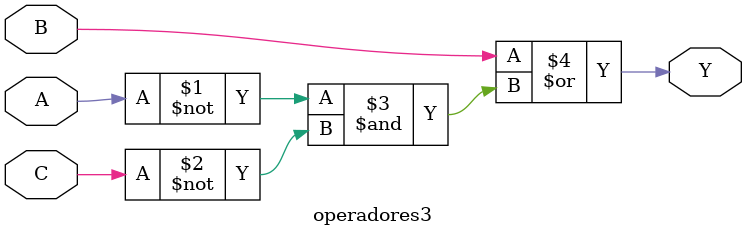
<source format=v>

module gateLevel(input wire A, B, C, output wire Y);

  wire notA, notB, notC, w1, w2, w3;

  not(notA, A);
  not(notB, B);
  not(notC, C);
  and(w1, notA, notC);
  and(w2, A, C);
  and(w3, A, notB);
  or (Y, w1, w2, w3);

endmodule


module gateLevel1(input wire A, B, C, output wire Y);

  wire notB;
  not(Y, B);

endmodule

module gateLevel2(input wire A, B, C, D, output wire Y);

  wire notA, notB, notC, notD, w1, w2, w3, w4, w5, w6, w7, w8;

  not(notA, A);
  not(notB, B);
  not(notC, C);
  not(notD, D);
  and(w1, notA, notB, notC, notD);
  and(w2, notA, notB, C, D);
  and(w3, notA, B, notC, D);
  and(w4, notA, B, C, notD);
  and(w5, A, B, notC, notD);
  and(w6, A, B, C, D);
  and(w7, A, notB, notC, D);
  and(w8, A, notB, C, notD);
  or(Y, w1, w2, w3, w4, w5, w6, w7, w8);

endmodule

module gateLevel3(input wire A, B, C, D, output wire Y);

  wire notC, notD, w1, w2, w3;

  not(notC, C);
  not(notD, D);
  and(w1, A, B);
  and(w2, A, C, D);
  and(w3, A, notC, notD);
  or(Y, w1, w2, w3);

endmodule

module operadores(input wire A, B, C, D, output wire Y);

  assign Y = (A & ~C) | (A & ~B) | (A & ~D) | (~B & ~C & ~D);

endmodule

module operadores1(input wire A, B, C, D, output wire Y);

  assign Y = (B | (~C & D) | (A & D));
endmodule


module operadores2(input wire A, B, C, output wire Y);

  assign Y = (~B | C);

endmodule


module operadores3(input wire A, B, C, output wire Y);

  assign Y = (B | (~A & ~C));

endmodule

</source>
